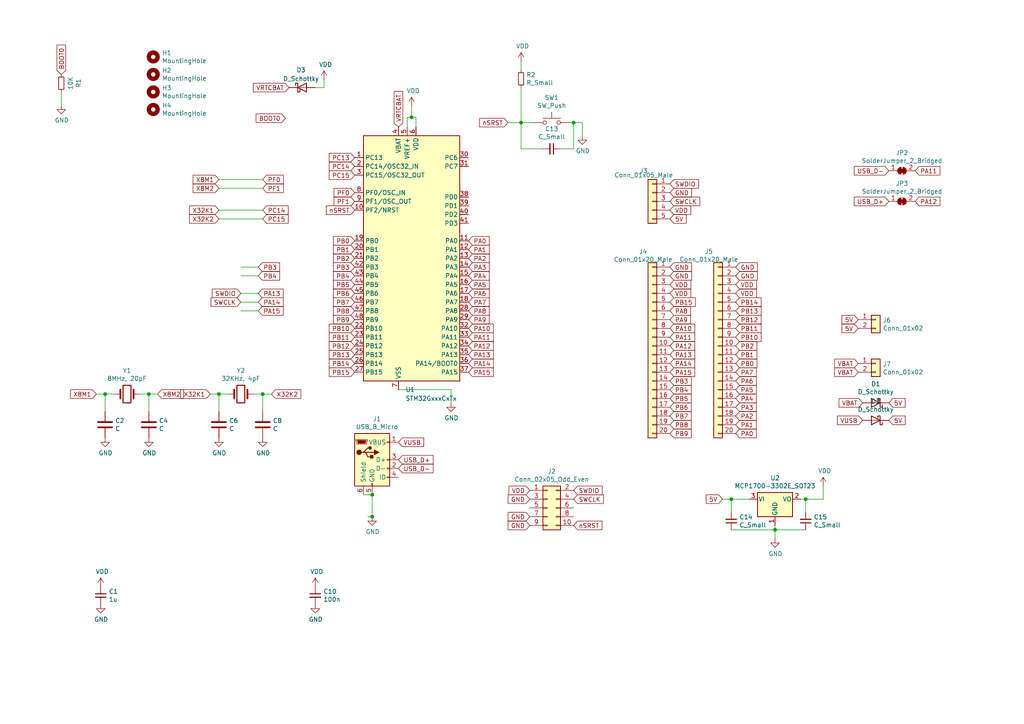
<source format=kicad_sch>
(kicad_sch (version 20230121) (generator eeschema)
  (paper "A4")
  (lib_symbols
    (symbol "AvS_MCU:STM32GxxxCxTx"
      (property "Reference" "U" (at -15.24 36.83 0))
      (property "Value" "STM32GxxxCxTx" (at 7.62 36.83 0))
      (symbol "STM32GxxxCxTx_1_1"
        (pin bidirectional line (at -17.78 29.21 0) (length 2.54) (name "PC13") (number "1"))
        (pin power_in line (at -17.78 13.97 0) (length 2.54) (name "PF2/NRST") (number "10"))
        (pin bidirectional line (at 15.24 5.08 180) (length 2.54) (name "PA0") (number "11"))
        (pin bidirectional line (at 15.24 2.54 180) (length 2.54) (name "PA1") (number "12"))
        (pin bidirectional line (at 15.24 0 180) (length 2.54) (name "PA2") (number "13"))
        (pin bidirectional line (at 15.24 -2.54 180) (length 2.54) (name "PA3") (number "14"))
        (pin bidirectional line (at 15.24 -5.08 180) (length 2.54) (name "PA4") (number "15"))
        (pin bidirectional line (at 15.24 -7.62 180) (length 2.54) (name "PA5") (number "16"))
        (pin bidirectional line (at 15.24 -10.16 180) (length 2.54) (name "PA6") (number "17"))
        (pin bidirectional line (at 15.24 -12.7 180) (length 2.54) (name "PA7") (number "18"))
        (pin bidirectional line (at -17.78 5.08 0) (length 2.54) (name "PB0") (number "19"))
        (pin bidirectional line (at -17.78 26.67 0) (length 2.54) (name "PC14/OSC32_IN") (number "2"))
        (pin bidirectional line (at -17.78 2.54 0) (length 2.54) (name "PB1") (number "20"))
        (pin bidirectional line (at -17.78 0 0) (length 2.54) (name "PB2") (number "21"))
        (pin bidirectional line (at -17.78 -20.32 0) (length 2.54) (name "PB10") (number "22"))
        (pin bidirectional line (at -17.78 -22.86 0) (length 2.54) (name "PB11") (number "23"))
        (pin bidirectional line (at -17.78 -25.4 0) (length 2.54) (name "PB12") (number "24"))
        (pin bidirectional line (at -17.78 -27.94 0) (length 2.54) (name "PB13") (number "25"))
        (pin bidirectional line (at -17.78 -30.48 0) (length 2.54) (name "PB14") (number "26"))
        (pin bidirectional line (at -17.78 -33.02 0) (length 2.54) (name "PB15") (number "27"))
        (pin bidirectional line (at 15.24 -15.24 180) (length 2.54) (name "PA8") (number "28"))
        (pin bidirectional line (at 15.24 -17.78 180) (length 2.54) (name "PA9") (number "29"))
        (pin bidirectional line (at -17.78 24.13 0) (length 2.54) (name "PC15/OSC32_OUT") (number "3"))
        (pin bidirectional line (at 15.24 29.21 180) (length 2.54) (name "PC6") (number "30"))
        (pin bidirectional line (at 15.24 26.67 180) (length 2.54) (name "PC7") (number "31"))
        (pin bidirectional line (at 15.24 -20.32 180) (length 2.54) (name "PA10") (number "32"))
        (pin bidirectional line (at 15.24 -22.86 180) (length 2.54) (name "PA11") (number "33"))
        (pin bidirectional line (at 15.24 -25.4 180) (length 2.54) (name "PA12") (number "34"))
        (pin bidirectional line (at 15.24 -27.94 180) (length 2.54) (name "PA13") (number "35"))
        (pin bidirectional line (at 15.24 -30.48 180) (length 2.54) (name "PA14/BOOT0") (number "36"))
        (pin bidirectional line (at 15.24 -33.02 180) (length 2.54) (name "PA15") (number "37"))
        (pin input line (at 15.24 17.78 180) (length 2.54) (name "PD0") (number "38"))
        (pin input line (at 15.24 15.24 180) (length 2.54) (name "PD1") (number "39"))
        (pin power_in line (at -5.08 38.1 270) (length 2.54) (name "VBAT") (number "4"))
        (pin input line (at 15.24 12.7 180) (length 2.54) (name "PD2") (number "40"))
        (pin input line (at 15.24 10.16 180) (length 2.54) (name "PD3") (number "41"))
        (pin bidirectional line (at -17.78 -2.54 0) (length 2.54) (name "PB3") (number "42"))
        (pin bidirectional line (at -17.78 -5.08 0) (length 2.54) (name "PB4") (number "43"))
        (pin bidirectional line (at -17.78 -7.62 0) (length 2.54) (name "PB5") (number "44"))
        (pin bidirectional line (at -17.78 -10.16 0) (length 2.54) (name "PB6") (number "45"))
        (pin bidirectional line (at -17.78 -12.7 0) (length 2.54) (name "PB7") (number "46"))
        (pin bidirectional line (at -17.78 -15.24 0) (length 2.54) (name "PB8") (number "47"))
        (pin bidirectional line (at -17.78 -17.78 0) (length 2.54) (name "PB9") (number "48"))
        (pin power_in line (at -2.54 38.1 270) (length 2.54) (name "VREF+") (number "5"))
        (pin power_in line (at 0 38.1 270) (length 2.54) (name "VDD") (number "6"))
        (pin power_in line (at -5.08 -38.1 90) (length 2.54) (name "VSS") (number "7"))
        (pin power_in line (at -17.78 19.05 0) (length 2.54) (name "PF0/OSC_IN") (number "8"))
        (pin power_in line (at -17.78 16.51 0) (length 2.54) (name "PF1/OSC_OUT") (number "9"))
      )
    )
    (symbol "Connector:USB_B_Micro" (pin_names (offset 1.016))
      (property "Reference" "J" (at -5.08 11.43 0))
      (property "Value" "USB_B_Micro" (at -5.08 8.89 0))
      (symbol "USB_B_Micro_1_1"
        (pin power_out line (at 7.62 5.08 180) (length 2.54) (name "VBUS") (number "1"))
        (pin bidirectional line (at 7.62 -2.54 180) (length 2.54) (name "D-") (number "2"))
        (pin bidirectional line (at 7.62 0 180) (length 2.54) (name "D+") (number "3"))
        (pin passive line (at 7.62 -5.08 180) (length 2.54) (name "ID") (number "4"))
        (pin power_out line (at 0 -10.16 90) (length 2.54) (name "GND") (number "5"))
        (pin passive line (at -2.54 -10.16 90) (length 2.54) (name "Shield") (number "6"))
      )
    )
    (symbol "Connector_Generic:Conn_01x02" (pin_names (offset 1.016) hide)
      (property "Reference" "J" (at 0 2.54 0))
      (property "Value" "Conn_01x02" (at 0 -5.08 0))
      (symbol "Conn_01x02_1_1"
        (pin passive line (at -5.08 0 0) (length 3.81) (name "Pin_1") (number "1"))
        (pin passive line (at -5.08 -2.54 0) (length 3.81) (name "Pin_2") (number "2"))
      )
    )
    (symbol "Connector_Generic:Conn_01x05" (pin_names (offset 1.016) hide)
      (property "Reference" "J" (at 0 7.62 0))
      (property "Value" "Conn_01x05" (at 0 -7.62 0))
      (symbol "Conn_01x05_1_1"
        (pin passive line (at -5.08 5.08 0) (length 3.81) (name "Pin_1") (number "1"))
        (pin passive line (at -5.08 2.54 0) (length 3.81) (name "Pin_2") (number "2"))
        (pin passive line (at -5.08 0 0) (length 3.81) (name "Pin_3") (number "3"))
        (pin passive line (at -5.08 -2.54 0) (length 3.81) (name "Pin_4") (number "4"))
        (pin passive line (at -5.08 -5.08 0) (length 3.81) (name "Pin_5") (number "5"))
      )
    )
    (symbol "Connector_Generic:Conn_01x20" (pin_names (offset 1.016) hide)
      (property "Reference" "J" (at 0 25.4 0))
      (property "Value" "Conn_01x20" (at 0 -27.94 0))
      (symbol "Conn_01x20_1_1"
        (pin passive line (at -5.08 22.86 0) (length 3.81) (name "Pin_1") (number "1"))
        (pin passive line (at -5.08 0 0) (length 3.81) (name "Pin_10") (number "10"))
        (pin passive line (at -5.08 -2.54 0) (length 3.81) (name "Pin_11") (number "11"))
        (pin passive line (at -5.08 -5.08 0) (length 3.81) (name "Pin_12") (number "12"))
        (pin passive line (at -5.08 -7.62 0) (length 3.81) (name "Pin_13") (number "13"))
        (pin passive line (at -5.08 -10.16 0) (length 3.81) (name "Pin_14") (number "14"))
        (pin passive line (at -5.08 -12.7 0) (length 3.81) (name "Pin_15") (number "15"))
        (pin passive line (at -5.08 -15.24 0) (length 3.81) (name "Pin_16") (number "16"))
        (pin passive line (at -5.08 -17.78 0) (length 3.81) (name "Pin_17") (number "17"))
        (pin passive line (at -5.08 -20.32 0) (length 3.81) (name "Pin_18") (number "18"))
        (pin passive line (at -5.08 -22.86 0) (length 3.81) (name "Pin_19") (number "19"))
        (pin passive line (at -5.08 20.32 0) (length 3.81) (name "Pin_2") (number "2"))
        (pin passive line (at -5.08 -25.4 0) (length 3.81) (name "Pin_20") (number "20"))
        (pin passive line (at -5.08 17.78 0) (length 3.81) (name "Pin_3") (number "3"))
        (pin passive line (at -5.08 15.24 0) (length 3.81) (name "Pin_4") (number "4"))
        (pin passive line (at -5.08 12.7 0) (length 3.81) (name "Pin_5") (number "5"))
        (pin passive line (at -5.08 10.16 0) (length 3.81) (name "Pin_6") (number "6"))
        (pin passive line (at -5.08 7.62 0) (length 3.81) (name "Pin_7") (number "7"))
        (pin passive line (at -5.08 5.08 0) (length 3.81) (name "Pin_8") (number "8"))
        (pin passive line (at -5.08 2.54 0) (length 3.81) (name "Pin_9") (number "9"))
      )
    )
    (symbol "Connector_Generic:Conn_02x05_Odd_Even" (pin_names (offset 1.016) hide)
      (property "Reference" "J" (at 1.27 7.62 0))
      (property "Value" "Conn_02x05_Odd_Even" (at 1.27 -7.62 0))
      (symbol "Conn_02x05_Odd_Even_1_1"
        (pin passive line (at -5.08 5.08 0) (length 3.81) (name "Pin_1") (number "1"))
        (pin passive line (at 7.62 -5.08 180) (length 3.81) (name "Pin_10") (number "10"))
        (pin passive line (at 7.62 5.08 180) (length 3.81) (name "Pin_2") (number "2"))
        (pin passive line (at -5.08 2.54 0) (length 3.81) (name "Pin_3") (number "3"))
        (pin passive line (at 7.62 2.54 180) (length 3.81) (name "Pin_4") (number "4"))
        (pin passive line (at -5.08 0 0) (length 3.81) (name "Pin_5") (number "5"))
        (pin passive line (at 7.62 0 180) (length 3.81) (name "Pin_6") (number "6"))
        (pin passive line (at -5.08 -2.54 0) (length 3.81) (name "Pin_7") (number "7"))
        (pin passive line (at 7.62 -2.54 180) (length 3.81) (name "Pin_8") (number "8"))
        (pin passive line (at -5.08 -5.08 0) (length 3.81) (name "Pin_9") (number "9"))
      )
    )
    (symbol "Device:C" (pin_numbers hide) (pin_names (offset 0.254))
      (property "Reference" "C" (at 0.635 2.54 0))
      (property "Value" "C" (at 0.635 -2.54 0))
      (symbol "C_1_1"
        (pin passive line (at 0 3.81 270) (length 2.794) (name "~") (number "1"))
        (pin passive line (at 0 -3.81 90) (length 2.794) (name "~") (number "2"))
      )
    )
    (symbol "Device:C_Small" (pin_numbers hide) (pin_names (offset 0.254) hide)
      (property "Reference" "C" (at 0.254 1.778 0))
      (property "Value" "C_Small" (at 0.254 -2.032 0))
      (symbol "C_Small_1_1"
        (pin passive line (at 0 2.54 270) (length 2.032) (name "~") (number "1"))
        (pin passive line (at 0 -2.54 90) (length 2.032) (name "~") (number "2"))
      )
    )
    (symbol "Device:Crystal" (pin_numbers hide) (pin_names (offset 1.016) hide)
      (property "Reference" "Y" (at 0 3.81 0))
      (property "Value" "Crystal" (at 0 -3.81 0))
      (symbol "Crystal_1_1"
        (pin passive line (at -3.81 0 0) (length 1.27) (name "1") (number "1"))
        (pin passive line (at 3.81 0 180) (length 1.27) (name "2") (number "2"))
      )
    )
    (symbol "Device:D_Schottky" (pin_numbers hide) (pin_names (offset 1.016) hide)
      (property "Reference" "D" (at 0 2.54 0))
      (property "Value" "D_Schottky" (at 0 -2.54 0))
      (symbol "D_Schottky_1_1"
        (pin passive line (at -3.81 0 0) (length 2.54) (name "K") (number "1"))
        (pin passive line (at 3.81 0 180) (length 2.54) (name "A") (number "2"))
      )
    )
    (symbol "Device:R_Small" (pin_numbers hide) (pin_names (offset 0.254) hide)
      (property "Reference" "R" (at 0.762 0.508 0))
      (property "Value" "R_Small" (at 0.762 -1.016 0))
      (symbol "R_Small_1_1"
        (pin passive line (at 0 2.54 270) (length 0.762) (name "~") (number "1"))
        (pin passive line (at 0 -2.54 90) (length 0.762) (name "~") (number "2"))
      )
    )
    (symbol "Jumper:SolderJumper_2_Bridged" (pin_names (offset 0) hide)
      (property "Reference" "JP" (at 0 2.032 0))
      (property "Value" "SolderJumper_2_Bridged" (at 0 -2.54 0))
      (symbol "SolderJumper_2_Bridged_1_1"
        (pin passive line (at -3.81 0 0) (length 2.54) (name "A") (number "1"))
        (pin passive line (at 3.81 0 180) (length 2.54) (name "B") (number "2"))
      )
    )
    (symbol "Mechanical:MountingHole" (pin_names (offset 1.016))
      (property "Reference" "H" (at 0 5.08 0))
      (property "Value" "MountingHole" (at 0 3.175 0))
    )
    (symbol "Regulator_Linear:MCP1700x-330xxTT" (pin_names (offset 0.254))
      (property "Reference" "U" (at -3.81 3.175 0))
      (property "Value" "MCP1700x-330xxTT" (at 0 3.175 0))
      (symbol "MCP1700x-330xxTT_1_1"
        (pin power_in line (at 0 -7.62 90) (length 2.54) (name "GND") (number "1"))
        (pin power_out line (at 7.62 0 180) (length 2.54) (name "VO") (number "2"))
        (pin power_in line (at -7.62 0 0) (length 2.54) (name "VI") (number "3"))
      )
    )
    (symbol "Switch:SW_Push" (pin_numbers hide) (pin_names (offset 1.016) hide)
      (property "Reference" "SW" (at 1.27 2.54 0))
      (property "Value" "SW_Push" (at 0 -1.524 0))
      (symbol "SW_Push_0_1"
        (pin passive line (at -5.08 0 0) (length 2.54) (name "1") (number "1"))
        (pin passive line (at 5.08 0 180) (length 2.54) (name "2") (number "2"))
      )
    )
    (symbol "power:GND" (power) (pin_names (offset 0))
      (property "Value" "GND" (at 0 -3.81 0))
      (symbol "GND_1_1"
        (pin power_in line (at 0 0 270) (length 0) hide (name "GND") (number "1"))
      )
    )
    (symbol "power:VDD" (power) (pin_names (offset 0))
      (property "Value" "VDD" (at 0 3.81 0))
      (symbol "VDD_1_1"
        (pin power_in line (at 0 0 90) (length 0) hide (name "VDD") (number "1"))
      )
    )
  )
  (junction (at 151.13 35.56))
  (junction (at 30.48 114.3))
  (junction (at 119.38 34.036))
  (junction (at 43.18 114.3))
  (junction (at 233.68 144.78))
  (junction (at 107.95 149.86))
  (junction (at 224.79 153.67))
  (junction (at 76.2 114.3))
  (junction (at 107.95 143.51))
  (junction (at 63.5 114.3))
  (junction (at 212.09 144.78))
  (junction (at 166.37 35.56))
  (wire (pts (xy 76.2 60.96) (xy 63.5 60.96)))
  (wire (pts (xy 151.13 35.56) (xy 154.94 35.56)))
  (wire (pts (xy 43.18 119.38) (xy 43.18 114.3)))
  (wire (pts (xy 76.2 52.07) (xy 63.5 52.07)))
  (wire (pts (xy 118.11 36.83) (xy 118.11 34.036)))
  (wire (pts (xy 120.65 34.036) (xy 120.65 36.83)))
  (wire (pts (xy 130.81 113.03) (xy 130.81 116.84)))
  (wire (pts (xy 151.13 25.4) (xy 151.13 35.56)))
  (wire (pts (xy 74.93 77.47) (xy 69.85 77.47)))
  (wire (pts (xy 166.37 35.56) (xy 165.1 35.56)))
  (wire (pts (xy 157.48 43.18) (xy 151.13 43.18)))
  (wire (pts (xy 151.13 43.18) (xy 151.13 35.56)))
  (wire (pts (xy 93.98 25.4) (xy 93.98 23.114)))
  (wire (pts (xy 63.5 54.61) (xy 76.2 54.61)))
  (wire (pts (xy 238.76 144.78) (xy 238.76 140.97)))
  (wire (pts (xy 168.91 35.56) (xy 166.37 35.56)))
  (wire (pts (xy 118.11 34.036) (xy 119.38 34.036)))
  (wire (pts (xy 74.93 87.63) (xy 69.85 87.63)))
  (wire (pts (xy 74.93 90.17) (xy 69.85 90.17)))
  (wire (pts (xy 224.79 152.4) (xy 224.79 153.67)))
  (wire (pts (xy 60.96 114.3) (xy 63.5 114.3)))
  (wire (pts (xy 17.78 30.48) (xy 17.78 26.67)))
  (wire (pts (xy 63.5 119.38) (xy 63.5 114.3)))
  (wire (pts (xy 74.93 80.01) (xy 69.85 80.01)))
  (wire (pts (xy 119.38 34.036) (xy 120.65 34.036)))
  (wire (pts (xy 209.55 144.78) (xy 212.09 144.78)))
  (wire (pts (xy 147.32 35.56) (xy 151.13 35.56)))
  (wire (pts (xy 73.66 114.3) (xy 76.2 114.3)))
  (wire (pts (xy 91.44 25.4) (xy 93.98 25.4)))
  (wire (pts (xy 107.95 149.86) (xy 106.68 149.86)))
  (wire (pts (xy 217.17 144.78) (xy 212.09 144.78)))
  (wire (pts (xy 224.79 153.67) (xy 233.68 153.67)))
  (wire (pts (xy 162.56 43.18) (xy 166.37 43.18)))
  (wire (pts (xy 166.37 43.18) (xy 166.37 35.56)))
  (wire (pts (xy 43.18 114.3) (xy 45.72 114.3)))
  (wire (pts (xy 76.2 119.38) (xy 76.2 114.3)))
  (wire (pts (xy 119.38 34.036) (xy 119.38 30.734)))
  (wire (pts (xy 232.41 144.78) (xy 233.68 144.78)))
  (wire (pts (xy 63.5 63.5) (xy 76.2 63.5)))
  (wire (pts (xy 30.48 114.3) (xy 27.94 114.3)))
  (wire (pts (xy 168.91 39.37) (xy 168.91 35.56)))
  (wire (pts (xy 212.09 153.67) (xy 224.79 153.67)))
  (wire (pts (xy 233.68 148.59) (xy 233.68 144.78)))
  (wire (pts (xy 76.2 114.3) (xy 78.74 114.3)))
  (wire (pts (xy 107.95 143.51) (xy 105.41 143.51)))
  (wire (pts (xy 74.93 85.09) (xy 69.85 85.09)))
  (wire (pts (xy 40.64 114.3) (xy 43.18 114.3)))
  (wire (pts (xy 224.79 153.67) (xy 224.79 156.21)))
  (wire (pts (xy 233.68 144.78) (xy 238.76 144.78)))
  (wire (pts (xy 30.48 119.38) (xy 30.48 114.3)))
  (wire (pts (xy 33.02 114.3) (xy 30.48 114.3)))
  (wire (pts (xy 212.09 148.59) (xy 212.09 144.78)))
  (wire (pts (xy 63.5 114.3) (xy 66.04 114.3)))
  (wire (pts (xy 151.13 17.78) (xy 151.13 20.32)))
  (wire (pts (xy 107.95 143.51) (xy 107.95 149.86)))
  (wire (pts (xy 115.57 113.03) (xy 130.81 113.03)))
  (global_label "nSRST" (shape input) (at 147.32 35.56 180) (property "Intersheetrefs" "${INTERSHEET_REFS}" (effects hide)) (property "Intersheet-verwijzingen" "${INTERSHEET_REFS}" (effects hide)))
  (global_label "PA11" (shape input) (at 135.89 97.79 0) (property "Intersheetrefs" "${INTERSHEET_REFS}" (effects hide)) (property "Intersheet-verwijzingen" "${INTERSHEET_REFS}" (effects hide)))
  (global_label "PF0" (shape input) (at 76.2 52.07 0) (property "Intersheetrefs" "${INTERSHEET_REFS}" (effects hide)) (property "Intersheet-verwijzingen" "${INTERSHEET_REFS}" (effects hide)))
  (global_label "PB5" (shape input) (at 102.87 82.55 180) (property "Intersheetrefs" "${INTERSHEET_REFS}" (effects hide)) (property "Intersheet-verwijzingen" "${INTERSHEET_REFS}" (effects hide)))
  (global_label "PB15" (shape input) (at 194.31 87.63 0) (property "Intersheetrefs" "${INTERSHEET_REFS}" (effects hide)) (property "Intersheet-verwijzingen" "${INTERSHEET_REFS}" (effects hide)))
  (global_label "PA13" (shape input) (at 135.89 102.87 0) (property "Intersheetrefs" "${INTERSHEET_REFS}" (effects hide)) (property "Intersheet-verwijzingen" "${INTERSHEET_REFS}" (effects hide)))
  (global_label "PA14" (shape input) (at 135.89 105.41 0) (property "Intersheetrefs" "${INTERSHEET_REFS}" (effects hide)) (property "Intersheet-verwijzingen" "${INTERSHEET_REFS}" (effects hide)))
  (global_label "X32K1" (shape input) (at 60.96 114.3 180) (property "Intersheetrefs" "${INTERSHEET_REFS}" (effects hide)) (property "Intersheet-verwijzingen" "${INTERSHEET_REFS}" (effects hide)))
  (global_label "PB9" (shape input) (at 194.31 125.73 0) (property "Intersheetrefs" "${INTERSHEET_REFS}" (effects hide)) (property "Intersheet-verwijzingen" "${INTERSHEET_REFS}" (effects hide)))
  (global_label "USB_D+" (shape input) (at 257.81 58.42 180) (property "Intersheetrefs" "${INTERSHEET_REFS}" (effects hide)) (property "Intersheet-verwijzingen" "${INTERSHEET_REFS}" (effects hide)))
  (global_label "PA7" (shape input) (at 135.89 87.63 0) (property "Intersheetrefs" "${INTERSHEET_REFS}" (effects hide)) (property "Intersheet-verwijzingen" "${INTERSHEET_REFS}" (effects hide)))
  (global_label "X8M2" (shape input) (at 63.5 54.61 180) (property "Intersheetrefs" "${INTERSHEET_REFS}" (effects hide)) (property "Intersheet-verwijzingen" "${INTERSHEET_REFS}" (effects hide)))
  (global_label "VDD" (shape input) (at 194.31 60.96 0) (property "Intersheetrefs" "${INTERSHEET_REFS}" (effects hide)) (property "Intersheet-verwijzingen" "${INTERSHEET_REFS}" (effects hide)))
  (global_label "PA6" (shape input) (at 135.89 85.09 0) (property "Intersheetrefs" "${INTERSHEET_REFS}" (effects hide)) (property "Intersheet-verwijzingen" "${INTERSHEET_REFS}" (effects hide)))
  (global_label "SWDIO" (shape input) (at 166.37 142.24 0) (property "Intersheetrefs" "${INTERSHEET_REFS}" (effects hide)) (property "Intersheet-verwijzingen" "${INTERSHEET_REFS}" (effects hide)))
  (global_label "GND" (shape input) (at 194.31 77.47 0) (property "Intersheetrefs" "${INTERSHEET_REFS}" (effects hide)) (property "Intersheet-verwijzingen" "${INTERSHEET_REFS}" (effects hide)))
  (global_label "PA2" (shape input) (at 213.36 120.65 0) (property "Intersheetrefs" "${INTERSHEET_REFS}" (effects hide)) (property "Intersheet-verwijzingen" "${INTERSHEET_REFS}" (effects hide)))
  (global_label "PB3" (shape input) (at 102.87 77.47 180) (property "Intersheetrefs" "${INTERSHEET_REFS}" (effects hide)) (property "Intersheet-verwijzingen" "${INTERSHEET_REFS}" (effects hide)))
  (global_label "5V" (shape input) (at 209.55 144.78 180) (property "Intersheetrefs" "${INTERSHEET_REFS}" (effects hide)) (property "Intersheet-verwijzingen" "${INTERSHEET_REFS}" (effects hide)))
  (global_label "GND" (shape input) (at 153.67 152.4 180) (property "Intersheetrefs" "${INTERSHEET_REFS}" (effects hide)) (property "Intersheet-verwijzingen" "${INTERSHEET_REFS}" (effects hide)))
  (global_label "X32K1" (shape input) (at 63.5 60.96 180) (property "Intersheetrefs" "${INTERSHEET_REFS}" (effects hide)) (property "Intersheet-verwijzingen" "${INTERSHEET_REFS}" (effects hide)))
  (global_label "nSRST" (shape input) (at 166.37 152.4 0) (property "Intersheetrefs" "${INTERSHEET_REFS}" (effects hide)) (property "Intersheet-verwijzingen" "${INTERSHEET_REFS}" (effects hide)))
  (global_label "GND" (shape input) (at 194.31 80.01 0) (property "Intersheetrefs" "${INTERSHEET_REFS}" (effects hide)) (property "Intersheet-verwijzingen" "${INTERSHEET_REFS}" (effects hide)))
  (global_label "PA13" (shape input) (at 74.93 85.09 0) (property "Intersheetrefs" "${INTERSHEET_REFS}" (effects hide)) (property "Intersheet-verwijzingen" "${INTERSHEET_REFS}" (effects hide)))
  (global_label "PA9" (shape input) (at 194.31 92.71 0) (property "Intersheetrefs" "${INTERSHEET_REFS}" (effects hide)) (property "Intersheet-verwijzingen" "${INTERSHEET_REFS}" (effects hide)))
  (global_label "PA10" (shape input) (at 194.31 95.25 0) (property "Intersheetrefs" "${INTERSHEET_REFS}" (effects hide)) (property "Intersheet-verwijzingen" "${INTERSHEET_REFS}" (effects hide)))
  (global_label "5V" (shape input) (at 257.81 121.92 0) (property "Intersheetrefs" "${INTERSHEET_REFS}" (effects hide)) (property "Intersheet-verwijzingen" "${INTERSHEET_REFS}" (effects hide)))
  (global_label "USB_D+" (shape input) (at 115.57 133.35 0) (property "Intersheetrefs" "${INTERSHEET_REFS}" (effects hide)) (property "Intersheet-verwijzingen" "${INTERSHEET_REFS}" (effects hide)))
  (global_label "SWCLK" (shape input) (at 194.31 58.42 0) (property "Intersheetrefs" "${INTERSHEET_REFS}" (effects hide)) (property "Intersheet-verwijzingen" "${INTERSHEET_REFS}" (effects hide)))
  (global_label "PA7" (shape input) (at 213.36 107.95 0) (property "Intersheetrefs" "${INTERSHEET_REFS}" (effects hide)) (property "Intersheet-verwijzingen" "${INTERSHEET_REFS}" (effects hide)))
  (global_label "SWCLK" (shape input) (at 69.85 87.63 180) (property "Intersheetrefs" "${INTERSHEET_REFS}" (effects hide)) (property "Intersheet-verwijzingen" "${INTERSHEET_REFS}" (effects hide)))
  (global_label "5V" (shape input) (at 248.92 92.71 180) (property "Intersheetrefs" "${INTERSHEET_REFS}" (effects hide)) (property "Intersheet-verwijzingen" "${INTERSHEET_REFS}" (effects hide)))
  (global_label "PB15" (shape input) (at 102.87 107.95 180) (property "Intersheetrefs" "${INTERSHEET_REFS}" (effects hide)) (property "Intersheet-verwijzingen" "${INTERSHEET_REFS}" (effects hide)))
  (global_label "PA15" (shape input) (at 135.89 107.95 0) (property "Intersheetrefs" "${INTERSHEET_REFS}" (effects hide)) (property "Intersheet-verwijzingen" "${INTERSHEET_REFS}" (effects hide)))
  (global_label "X8M2" (shape input) (at 45.72 114.3 0) (property "Intersheetrefs" "${INTERSHEET_REFS}" (effects hide)) (property "Intersheet-verwijzingen" "${INTERSHEET_REFS}" (effects hide)))
  (global_label "PA11" (shape input) (at 194.31 97.79 0) (property "Intersheetrefs" "${INTERSHEET_REFS}" (effects hide)) (property "Intersheet-verwijzingen" "${INTERSHEET_REFS}" (effects hide)))
  (global_label "PB7" (shape input) (at 102.87 87.63 180) (property "Intersheetrefs" "${INTERSHEET_REFS}" (effects hide)) (property "Intersheet-verwijzingen" "${INTERSHEET_REFS}" (effects hide)))
  (global_label "PB10" (shape input) (at 102.87 95.25 180) (property "Intersheetrefs" "${INTERSHEET_REFS}" (effects hide)) (property "Intersheet-verwijzingen" "${INTERSHEET_REFS}" (effects hide)))
  (global_label "X32K2" (shape input) (at 78.74 114.3 0) (property "Intersheetrefs" "${INTERSHEET_REFS}" (effects hide)) (property "Intersheet-verwijzingen" "${INTERSHEET_REFS}" (effects hide)))
  (global_label "PC15" (shape input) (at 76.2 63.5 0) (property "Intersheetrefs" "${INTERSHEET_REFS}" (effects hide)) (property "Intersheet-verwijzingen" "${INTERSHEET_REFS}" (effects hide)))
  (global_label "PA3" (shape input) (at 135.89 77.47 0) (property "Intersheetrefs" "${INTERSHEET_REFS}" (effects hide)) (property "Intersheet-verwijzingen" "${INTERSHEET_REFS}" (effects hide)))
  (global_label "X32K2" (shape input) (at 63.5 63.5 180) (property "Intersheetrefs" "${INTERSHEET_REFS}" (effects hide)) (property "Intersheet-verwijzingen" "${INTERSHEET_REFS}" (effects hide)))
  (global_label "PA1" (shape input) (at 135.89 72.39 0) (property "Intersheetrefs" "${INTERSHEET_REFS}" (effects hide)) (property "Intersheet-verwijzingen" "${INTERSHEET_REFS}" (effects hide)))
  (global_label "PA5" (shape input) (at 213.36 113.03 0) (property "Intersheetrefs" "${INTERSHEET_REFS}" (effects hide)) (property "Intersheet-verwijzingen" "${INTERSHEET_REFS}" (effects hide)))
  (global_label "PC14" (shape input) (at 76.2 60.96 0) (property "Intersheetrefs" "${INTERSHEET_REFS}" (effects hide)) (property "Intersheet-verwijzingen" "${INTERSHEET_REFS}" (effects hide)))
  (global_label "GND" (shape input) (at 153.67 149.86 180) (property "Intersheetrefs" "${INTERSHEET_REFS}" (effects hide)) (property "Intersheet-verwijzingen" "${INTERSHEET_REFS}" (effects hide)))
  (global_label "VUSB" (shape input) (at 115.57 128.27 0) (property "Intersheetrefs" "${INTERSHEET_REFS}" (effects hide)) (property "Intersheet-verwijzingen" "${INTERSHEET_REFS}" (effects hide)))
  (global_label "BOOT0" (shape input) (at 17.78 21.59 90) (property "Intersheetrefs" "${INTERSHEET_REFS}" (effects hide)) (property "Intersheet-verwijzingen" "${INTERSHEET_REFS}" (effects hide)))
  (global_label "PB4" (shape input) (at 194.31 113.03 0) (property "Intersheetrefs" "${INTERSHEET_REFS}" (effects hide)) (property "Intersheet-verwijzingen" "${INTERSHEET_REFS}" (effects hide)))
  (global_label "VBAT" (shape input) (at 248.92 105.41 180) (property "Intersheetrefs" "${INTERSHEET_REFS}" (effects hide)) (property "Intersheet-verwijzingen" "${INTERSHEET_REFS}" (effects hide)))
  (global_label "PB5" (shape input) (at 194.31 115.57 0) (property "Intersheetrefs" "${INTERSHEET_REFS}" (effects hide)) (property "Intersheet-verwijzingen" "${INTERSHEET_REFS}" (effects hide)))
  (global_label "PB12" (shape input) (at 102.87 100.33 180) (property "Intersheetrefs" "${INTERSHEET_REFS}" (effects hide)) (property "Intersheet-verwijzingen" "${INTERSHEET_REFS}" (effects hide)))
  (global_label "PB11" (shape input) (at 102.87 97.79 180) (property "Intersheetrefs" "${INTERSHEET_REFS}" (effects hide)) (property "Intersheet-verwijzingen" "${INTERSHEET_REFS}" (effects hide)))
  (global_label "PA15" (shape input) (at 194.31 107.95 0) (property "Intersheetrefs" "${INTERSHEET_REFS}" (effects hide)) (property "Intersheet-verwijzingen" "${INTERSHEET_REFS}" (effects hide)))
  (global_label "PB13" (shape input) (at 213.36 90.17 0) (property "Intersheetrefs" "${INTERSHEET_REFS}" (effects hide)) (property "Intersheet-verwijzingen" "${INTERSHEET_REFS}" (effects hide)))
  (global_label "PB6" (shape input) (at 194.31 118.11 0) (property "Intersheetrefs" "${INTERSHEET_REFS}" (effects hide)) (property "Intersheet-verwijzingen" "${INTERSHEET_REFS}" (effects hide)))
  (global_label "VDD" (shape input) (at 213.36 85.09 0) (property "Intersheetrefs" "${INTERSHEET_REFS}" (effects hide)) (property "Intersheet-verwijzingen" "${INTERSHEET_REFS}" (effects hide)))
  (global_label "PA4" (shape input) (at 213.36 115.57 0) (property "Intersheetrefs" "${INTERSHEET_REFS}" (effects hide)) (property "Intersheet-verwijzingen" "${INTERSHEET_REFS}" (effects hide)))
  (global_label "PB2" (shape input) (at 213.36 100.33 0) (property "Intersheetrefs" "${INTERSHEET_REFS}" (effects hide)) (property "Intersheet-verwijzingen" "${INTERSHEET_REFS}" (effects hide)))
  (global_label "PB14" (shape input) (at 213.36 87.63 0) (property "Intersheetrefs" "${INTERSHEET_REFS}" (effects hide)) (property "Intersheet-verwijzingen" "${INTERSHEET_REFS}" (effects hide)))
  (global_label "PA8" (shape input) (at 135.89 90.17 0) (property "Intersheetrefs" "${INTERSHEET_REFS}" (effects hide)) (property "Intersheet-verwijzingen" "${INTERSHEET_REFS}" (effects hide)))
  (global_label "VUSB" (shape input) (at 250.19 121.92 180) (property "Intersheetrefs" "${INTERSHEET_REFS}" (effects hide)) (property "Intersheet-verwijzingen" "${INTERSHEET_REFS}" (effects hide)))
  (global_label "PB7" (shape input) (at 194.31 120.65 0) (property "Intersheetrefs" "${INTERSHEET_REFS}" (effects hide)) (property "Intersheet-verwijzingen" "${INTERSHEET_REFS}" (effects hide)))
  (global_label "GND" (shape input) (at 213.36 80.01 0) (property "Intersheetrefs" "${INTERSHEET_REFS}" (effects hide)) (property "Intersheet-verwijzingen" "${INTERSHEET_REFS}" (effects hide)))
  (global_label "PB13" (shape input) (at 102.87 102.87 180) (property "Intersheetrefs" "${INTERSHEET_REFS}" (effects hide)) (property "Intersheet-verwijzingen" "${INTERSHEET_REFS}" (effects hide)))
  (global_label "BOOT0" (shape input) (at 82.804 34.29 180) (property "Intersheetrefs" "${INTERSHEET_REFS}" (effects hide)) (property "Intersheet-verwijzingen" "${INTERSHEET_REFS}" (effects hide)))
  (global_label "PB8" (shape input) (at 102.87 90.17 180) (property "Intersheetrefs" "${INTERSHEET_REFS}" (effects hide)) (property "Intersheet-verwijzingen" "${INTERSHEET_REFS}" (effects hide)))
  (global_label "GND" (shape input) (at 194.31 55.88 0) (property "Intersheetrefs" "${INTERSHEET_REFS}" (effects hide)) (property "Intersheet-verwijzingen" "${INTERSHEET_REFS}" (effects hide)))
  (global_label "PB1" (shape input) (at 102.87 72.39 180) (property "Intersheetrefs" "${INTERSHEET_REFS}" (effects hide)) (property "Intersheet-verwijzingen" "${INTERSHEET_REFS}" (effects hide)))
  (global_label "PB0" (shape input) (at 213.36 105.41 0) (property "Intersheetrefs" "${INTERSHEET_REFS}" (effects hide)) (property "Intersheet-verwijzingen" "${INTERSHEET_REFS}" (effects hide)))
  (global_label "PB10" (shape input) (at 213.36 97.79 0) (property "Intersheetrefs" "${INTERSHEET_REFS}" (effects hide)) (property "Intersheet-verwijzingen" "${INTERSHEET_REFS}" (effects hide)))
  (global_label "PA12" (shape input) (at 194.31 100.33 0) (property "Intersheetrefs" "${INTERSHEET_REFS}" (effects hide)) (property "Intersheet-verwijzingen" "${INTERSHEET_REFS}" (effects hide)))
  (global_label "PF1" (shape input) (at 76.2 54.61 0) (property "Intersheetrefs" "${INTERSHEET_REFS}" (effects hide)) (property "Intersheet-verwijzingen" "${INTERSHEET_REFS}" (effects hide)))
  (global_label "PB14" (shape input) (at 102.87 105.41 180) (property "Intersheetrefs" "${INTERSHEET_REFS}" (effects hide)) (property "Intersheet-verwijzingen" "${INTERSHEET_REFS}" (effects hide)))
  (global_label "PA0" (shape input) (at 135.89 69.85 0) (property "Intersheetrefs" "${INTERSHEET_REFS}" (effects hide)) (property "Intersheet-verwijzingen" "${INTERSHEET_REFS}" (effects hide)))
  (global_label "VDD" (shape input) (at 194.31 82.55 0) (property "Intersheetrefs" "${INTERSHEET_REFS}" (effects hide)) (property "Intersheet-verwijzingen" "${INTERSHEET_REFS}" (effects hide)))
  (global_label "PA0" (shape input) (at 213.36 125.73 0) (property "Intersheetrefs" "${INTERSHEET_REFS}" (effects hide)) (property "Intersheet-verwijzingen" "${INTERSHEET_REFS}" (effects hide)))
  (global_label "PA10" (shape input) (at 135.89 95.25 0) (property "Intersheetrefs" "${INTERSHEET_REFS}" (effects hide)) (property "Intersheet-verwijzingen" "${INTERSHEET_REFS}" (effects hide)))
  (global_label "USB_D-" (shape input) (at 257.81 49.53 180) (property "Intersheetrefs" "${INTERSHEET_REFS}" (effects hide)) (property "Intersheet-verwijzingen" "${INTERSHEET_REFS}" (effects hide)))
  (global_label "PA14" (shape input) (at 194.31 105.41 0) (property "Intersheetrefs" "${INTERSHEET_REFS}" (effects hide)) (property "Intersheet-verwijzingen" "${INTERSHEET_REFS}" (effects hide)))
  (global_label "VBAT" (shape input) (at 250.19 116.84 180) (property "Intersheetrefs" "${INTERSHEET_REFS}" (effects hide)) (property "Intersheet-verwijzingen" "${INTERSHEET_REFS}" (effects hide)))
  (global_label "nSRST" (shape input) (at 102.87 60.96 180) (property "Intersheetrefs" "${INTERSHEET_REFS}" (effects hide)) (property "Intersheet-verwijzingen" "${INTERSHEET_REFS}" (effects hide)))
  (global_label "SWCLK" (shape input) (at 166.37 144.78 0) (property "Intersheetrefs" "${INTERSHEET_REFS}" (effects hide)) (property "Intersheet-verwijzingen" "${INTERSHEET_REFS}" (effects hide)))
  (global_label "PC14" (shape input) (at 102.87 48.26 180) (property "Intersheetrefs" "${INTERSHEET_REFS}" (effects hide)) (property "Intersheet-verwijzingen" "${INTERSHEET_REFS}" (effects hide)))
  (global_label "PB1" (shape input) (at 213.36 102.87 0) (property "Intersheetrefs" "${INTERSHEET_REFS}" (effects hide)) (property "Intersheet-verwijzingen" "${INTERSHEET_REFS}" (effects hide)))
  (global_label "PB4" (shape input) (at 74.93 80.01 0) (property "Intersheetrefs" "${INTERSHEET_REFS}" (effects hide)) (property "Intersheet-verwijzingen" "${INTERSHEET_REFS}" (effects hide)))
  (global_label "PA9" (shape input) (at 135.89 92.71 0) (property "Intersheetrefs" "${INTERSHEET_REFS}" (effects hide)) (property "Intersheet-verwijzingen" "${INTERSHEET_REFS}" (effects hide)))
  (global_label "PA12" (shape input) (at 135.89 100.33 0) (property "Intersheetrefs" "${INTERSHEET_REFS}" (effects hide)) (property "Intersheet-verwijzingen" "${INTERSHEET_REFS}" (effects hide)))
  (global_label "PB6" (shape input) (at 102.87 85.09 180) (property "Intersheetrefs" "${INTERSHEET_REFS}" (effects hide)) (property "Intersheet-verwijzingen" "${INTERSHEET_REFS}" (effects hide)))
  (global_label "PA5" (shape input) (at 135.89 82.55 0) (property "Intersheetrefs" "${INTERSHEET_REFS}" (effects hide)) (property "Intersheet-verwijzingen" "${INTERSHEET_REFS}" (effects hide)))
  (global_label "VRTCBAT" (shape input) (at 115.57 36.83 90) (property "Intersheetrefs" "${INTERSHEET_REFS}" (effects hide)) (property "Intersheet-verwijzingen" "${INTERSHEET_REFS}" (effects hide)))
  (global_label "PA12" (shape input) (at 265.43 58.42 0) (property "Intersheetrefs" "${INTERSHEET_REFS}" (effects hide)) (property "Intersheet-verwijzingen" "${INTERSHEET_REFS}" (effects hide)))
  (global_label "VRTCBAT" (shape input) (at 83.82 25.4 180) (property "Intersheetrefs" "${INTERSHEET_REFS}" (effects hide)) (property "Intersheet-verwijzingen" "${INTERSHEET_REFS}" (effects hide)))
  (global_label "PB8" (shape input) (at 194.31 123.19 0) (property "Intersheetrefs" "${INTERSHEET_REFS}" (effects hide)) (property "Intersheet-verwijzingen" "${INTERSHEET_REFS}" (effects hide)))
  (global_label "PB9" (shape input) (at 102.87 92.71 180) (property "Intersheetrefs" "${INTERSHEET_REFS}" (effects hide)) (property "Intersheet-verwijzingen" "${INTERSHEET_REFS}" (effects hide)))
  (global_label "PA15" (shape input) (at 74.93 90.17 0) (property "Intersheetrefs" "${INTERSHEET_REFS}" (effects hide)) (property "Intersheet-verwijzingen" "${INTERSHEET_REFS}" (effects hide)))
  (global_label "5V" (shape input) (at 194.31 63.5 0) (property "Intersheetrefs" "${INTERSHEET_REFS}" (effects hide)) (property "Intersheet-verwijzingen" "${INTERSHEET_REFS}" (effects hide)))
  (global_label "PA6" (shape input) (at 213.36 110.49 0) (property "Intersheetrefs" "${INTERSHEET_REFS}" (effects hide)) (property "Intersheet-verwijzingen" "${INTERSHEET_REFS}" (effects hide)))
  (global_label "USB_D-" (shape input) (at 115.57 135.89 0) (property "Intersheetrefs" "${INTERSHEET_REFS}" (effects hide)) (property "Intersheet-verwijzingen" "${INTERSHEET_REFS}" (effects hide)))
  (global_label "PA8" (shape input) (at 194.31 90.17 0) (property "Intersheetrefs" "${INTERSHEET_REFS}" (effects hide)) (property "Intersheet-verwijzingen" "${INTERSHEET_REFS}" (effects hide)))
  (global_label "PB12" (shape input) (at 213.36 92.71 0) (property "Intersheetrefs" "${INTERSHEET_REFS}" (effects hide)) (property "Intersheet-verwijzingen" "${INTERSHEET_REFS}" (effects hide)))
  (global_label "PF1" (shape input) (at 102.87 58.42 180) (property "Intersheetrefs" "${INTERSHEET_REFS}" (effects hide)) (property "Intersheet-verwijzingen" "${INTERSHEET_REFS}" (effects hide)))
  (global_label "PC13" (shape input) (at 102.87 45.72 180) (property "Intersheetrefs" "${INTERSHEET_REFS}" (effects hide)) (property "Intersheet-verwijzingen" "${INTERSHEET_REFS}" (effects hide)))
  (global_label "X8M1" (shape input) (at 63.5 52.07 180) (property "Intersheetrefs" "${INTERSHEET_REFS}" (effects hide)) (property "Intersheet-verwijzingen" "${INTERSHEET_REFS}" (effects hide)))
  (global_label "PB2" (shape input) (at 102.87 74.93 180) (property "Intersheetrefs" "${INTERSHEET_REFS}" (effects hide)) (property "Intersheet-verwijzingen" "${INTERSHEET_REFS}" (effects hide)))
  (global_label "PA3" (shape input) (at 213.36 118.11 0) (property "Intersheetrefs" "${INTERSHEET_REFS}" (effects hide)) (property "Intersheet-verwijzingen" "${INTERSHEET_REFS}" (effects hide)))
  (global_label "PB4" (shape input) (at 102.87 80.01 180) (property "Intersheetrefs" "${INTERSHEET_REFS}" (effects hide)) (property "Intersheet-verwijzingen" "${INTERSHEET_REFS}" (effects hide)))
  (global_label "PA2" (shape input) (at 135.89 74.93 0) (property "Intersheetrefs" "${INTERSHEET_REFS}" (effects hide)) (property "Intersheet-verwijzingen" "${INTERSHEET_REFS}" (effects hide)))
  (global_label "VDD" (shape input) (at 213.36 82.55 0) (property "Intersheetrefs" "${INTERSHEET_REFS}" (effects hide)) (property "Intersheet-verwijzingen" "${INTERSHEET_REFS}" (effects hide)))
  (global_label "PB0" (shape input) (at 102.87 69.85 180) (property "Intersheetrefs" "${INTERSHEET_REFS}" (effects hide)) (property "Intersheet-verwijzingen" "${INTERSHEET_REFS}" (effects hide)))
  (global_label "SWDIO" (shape input) (at 194.31 53.34 0) (property "Intersheetrefs" "${INTERSHEET_REFS}" (effects hide)) (property "Intersheet-verwijzingen" "${INTERSHEET_REFS}" (effects hide)))
  (global_label "VDD" (shape input) (at 153.67 142.24 180) (property "Intersheetrefs" "${INTERSHEET_REFS}" (effects hide)) (property "Intersheet-verwijzingen" "${INTERSHEET_REFS}" (effects hide)))
  (global_label "VDD" (shape input) (at 194.31 85.09 0) (property "Intersheetrefs" "${INTERSHEET_REFS}" (effects hide)) (property "Intersheet-verwijzingen" "${INTERSHEET_REFS}" (effects hide)))
  (global_label "VBAT" (shape input) (at 248.92 107.95 180) (property "Intersheetrefs" "${INTERSHEET_REFS}" (effects hide)) (property "Intersheet-verwijzingen" "${INTERSHEET_REFS}" (effects hide)))
  (global_label "PB11" (shape input) (at 213.36 95.25 0) (property "Intersheetrefs" "${INTERSHEET_REFS}" (effects hide)) (property "Intersheet-verwijzingen" "${INTERSHEET_REFS}" (effects hide)))
  (global_label "PA4" (shape input) (at 135.89 80.01 0) (property "Intersheetrefs" "${INTERSHEET_REFS}" (effects hide)) (property "Intersheet-verwijzingen" "${INTERSHEET_REFS}" (effects hide)))
  (global_label "PA14" (shape input) (at 74.93 87.63 0) (property "Intersheetrefs" "${INTERSHEET_REFS}" (effects hide)) (property "Intersheet-verwijzingen" "${INTERSHEET_REFS}" (effects hide)))
  (global_label "5V" (shape input) (at 257.81 116.84 0) (property "Intersheetrefs" "${INTERSHEET_REFS}" (effects hide)) (property "Intersheet-verwijzingen" "${INTERSHEET_REFS}" (effects hide)))
  (global_label "PA13" (shape input) (at 194.31 102.87 0) (property "Intersheetrefs" "${INTERSHEET_REFS}" (effects hide)) (property "Intersheet-verwijzingen" "${INTERSHEET_REFS}" (effects hide)))
  (global_label "GND" (shape input) (at 213.36 77.47 0) (property "Intersheetrefs" "${INTERSHEET_REFS}" (effects hide)) (property "Intersheet-verwijzingen" "${INTERSHEET_REFS}" (effects hide)))
  (global_label "PB3" (shape input) (at 194.31 110.49 0) (property "Intersheetrefs" "${INTERSHEET_REFS}" (effects hide)) (property "Intersheet-verwijzingen" "${INTERSHEET_REFS}" (effects hide)))
  (global_label "GND" (shape input) (at 153.67 144.78 180) (property "Intersheetrefs" "${INTERSHEET_REFS}" (effects hide)) (property "Intersheet-verwijzingen" "${INTERSHEET_REFS}" (effects hide)))
  (global_label "PC15" (shape input) (at 102.87 50.8 180) (property "Intersheetrefs" "${INTERSHEET_REFS}" (effects hide)) (property "Intersheet-verwijzingen" "${INTERSHEET_REFS}" (effects hide)))
  (global_label "SWDIO" (shape input) (at 69.85 85.09 180) (property "Intersheetrefs" "${INTERSHEET_REFS}" (effects hide)) (property "Intersheet-verwijzingen" "${INTERSHEET_REFS}" (effects hide)))
  (global_label "PA11" (shape input) (at 265.43 49.53 0) (property "Intersheetrefs" "${INTERSHEET_REFS}" (effects hide)) (property "Intersheet-verwijzingen" "${INTERSHEET_REFS}" (effects hide)))
  (global_label "PB3" (shape input) (at 74.93 77.47 0) (property "Intersheetrefs" "${INTERSHEET_REFS}" (effects hide)) (property "Intersheet-verwijzingen" "${INTERSHEET_REFS}" (effects hide)))
  (global_label "PA1" (shape input) (at 213.36 123.19 0) (property "Intersheetrefs" "${INTERSHEET_REFS}" (effects hide)) (property "Intersheet-verwijzingen" "${INTERSHEET_REFS}" (effects hide)))
  (global_label "PF0" (shape input) (at 102.87 55.88 180) (property "Intersheetrefs" "${INTERSHEET_REFS}" (effects hide)) (property "Intersheet-verwijzingen" "${INTERSHEET_REFS}" (effects hide)))
  (global_label "X8M1" (shape input) (at 27.94 114.3 180) (property "Intersheetrefs" "${INTERSHEET_REFS}" (effects hide)) (property "Intersheet-verwijzingen" "${INTERSHEET_REFS}" (effects hide)))
  (global_label "5V" (shape input) (at 248.92 95.25 180) (property "Intersheetrefs" "${INTERSHEET_REFS}" (effects hide)) (property "Intersheet-verwijzingen" "${INTERSHEET_REFS}" (effects hide)))
  (symbol (lib_id "Device:Crystal") (at 69.85 114.3 0) (unit 1)
    (property "Reference" "Y2" (at 69.85 107.4928 0))
    (property "Value" "32KHz, 4pF" (at 69.85 109.8042 0))
    (property "Footprint" "Crystal:Crystal_SMD_EuroQuartz_EQ161-2Pin_3.2x1.5mm" (effects hide))
  )
  (symbol (lib_id "Device:Crystal") (at 36.83 114.3 0) (unit 1)
    (property "Reference" "Y1" (at 36.83 107.4928 0))
    (property "Value" "8MHz, 20pF" (at 36.83 109.8042 0))
    (property "Footprint" "Crystal:Crystal_SMD_5032-2Pin_5.0x3.2mm" (effects hide))
  )
  (symbol (lib_id "Device:C") (at 43.18 123.19 0) (unit 1)
    (property "Reference" "C4" (at 46.101 122.0216 0) (effects (justify left)))
    (property "Value" "C" (at 46.101 124.333 0) (effects (justify left)))
    (property "Footprint" "Capacitor_SMD:C_0805_2012Metric" (effects hide))
  )
  (symbol (lib_id "Device:C") (at 63.5 123.19 0) (unit 1)
    (property "Reference" "C6" (at 66.421 122.0216 0) (effects (justify left)))
    (property "Value" "C" (at 66.421 124.333 0) (effects (justify left)))
    (property "Footprint" "Capacitor_SMD:C_0805_2012Metric" (effects hide))
  )
  (symbol (lib_id "Device:C") (at 76.2 123.19 0) (unit 1)
    (property "Reference" "C8" (at 79.121 122.0216 0) (effects (justify left)))
    (property "Value" "C" (at 79.121 124.333 0) (effects (justify left)))
    (property "Footprint" "Capacitor_SMD:C_0805_2012Metric" (effects hide))
  )
  (symbol (lib_id "Connector_Generic:Conn_01x20") (at 208.28 100.33 0) (mirror y) (unit 1)
    (property "Reference" "J5" (at 205.5876 72.9488 0))
    (property "Value" "Conn_01x20_Male" (at 205.5876 75.2602 0))
    (property "Footprint" "Connector_PinHeader_2.54mm:PinHeader_1x20_P2.54mm_Vertical" (effects hide))
  )
  (symbol (lib_id "Connector_Generic:Conn_01x05") (at 189.23 58.42 0) (mirror y) (unit 1)
    (property "Reference" "J3" (at 186.69 49.53 0))
    (property "Value" "Conn_01x05_Male" (at 186.69 50.8 0))
    (property "Footprint" "Connector_PinHeader_2.54mm:PinHeader_1x05_P2.54mm_Vertical" (effects hide))
  )
  (symbol (lib_id "Device:C") (at 30.48 123.19 0) (unit 1)
    (property "Reference" "C2" (at 33.401 122.0216 0) (effects (justify left)))
    (property "Value" "C" (at 33.401 124.333 0) (effects (justify left)))
    (property "Footprint" "Capacitor_SMD:C_0805_2012Metric" (effects hide))
  )
  (symbol (lib_id "power:GND") (at 76.2 127 0) (unit 1)
    (property "Reference" "#PWR09" (effects hide))
    (property "Value" "GND" (at 76.327 131.3942 0))
  )
  (symbol (lib_id "power:GND") (at 63.5 127 0) (unit 1)
    (property "Reference" "#PWR06" (effects hide))
    (property "Value" "GND" (at 63.627 131.3942 0))
  )
  (symbol (lib_id "power:GND") (at 43.18 127 0) (unit 1)
    (property "Reference" "#PWR05" (effects hide))
    (property "Value" "GND" (at 43.307 131.3942 0))
  )
  (symbol (lib_id "power:GND") (at 30.48 127 0) (unit 1)
    (property "Reference" "#PWR02" (effects hide))
    (property "Value" "GND" (at 30.607 131.3942 0))
  )
  (symbol (lib_id "Connector:USB_B_Micro") (at 107.95 133.35 0) (unit 1)
    (property "Reference" "J1" (at 109.347 121.4882 0))
    (property "Value" "USB_B_Micro" (at 109.347 123.7996 0))
    (property "Footprint" "Connector_USB:USB_Micro-B_Wuerth_629105150521" (effects hide))
  )
  (symbol (lib_id "power:GND") (at 107.95 149.86 0) (unit 1)
    (property "Reference" "#PWR012" (effects hide))
    (property "Value" "GND" (at 108.077 154.2542 0))
  )
  (symbol (lib_id "Device:R_Small") (at 17.78 24.13 180) (unit 1)
    (property "Reference" "R1" (at 22.7584 24.13 90))
    (property "Value" "10K" (at 20.447 24.13 90))
    (property "Footprint" "Resistor_SMD:R_0805_2012Metric" (effects hide))
  )
  (symbol (lib_id "power:GND") (at 17.78 30.48 0) (unit 1)
    (property "Reference" "#PWR01" (effects hide))
    (property "Value" "GND" (at 17.907 34.8742 0))
  )
  (symbol (lib_id "Connector_Generic:Conn_01x20") (at 189.23 100.33 0) (mirror y) (unit 1)
    (property "Reference" "J4" (at 186.5376 72.9488 0))
    (property "Value" "Conn_01x20_Male" (at 186.5376 75.2602 0))
    (property "Footprint" "Connector_PinHeader_2.54mm:PinHeader_1x20_P2.54mm_Vertical" (effects hide))
  )
  (symbol (lib_id "Switch:SW_Push") (at 160.02 35.56 0) (unit 1)
    (property "Reference" "SW1" (at 160.02 28.321 0))
    (property "Value" "SW_Push" (at 160.02 30.6324 0))
    (property "Footprint" "lib:TS-1187" (effects hide))
  )
  (symbol (lib_id "power:VDD") (at 151.13 17.78 0) (unit 1)
    (property "Reference" "#PWR017" (effects hide))
    (property "Value" "VDD" (at 151.5618 13.3858 0))
  )
  (symbol (lib_id "Device:R_Small") (at 151.13 22.86 0) (unit 1)
    (property "Reference" "R2" (at 152.6286 21.6916 0) (effects (justify left)))
    (property "Value" "R_Small" (at 152.6286 24.003 0) (effects (justify left)))
    (property "Footprint" "Resistor_SMD:R_0805_2012Metric" (effects hide))
  )
  (symbol (lib_id "power:GND") (at 168.91 39.37 0) (unit 1)
    (property "Reference" "#PWR018" (effects hide))
    (property "Value" "GND" (at 169.037 43.7642 0))
  )
  (symbol (lib_id "Device:C_Small") (at 160.02 43.18 270) (unit 1)
    (property "Reference" "C13" (at 160.02 37.3634 90))
    (property "Value" "C_Small" (at 160.02 39.6748 90))
    (property "Footprint" "Capacitor_SMD:C_0805_2012Metric" (effects hide))
  )
  (symbol (lib_id "power:VDD") (at 238.76 140.97 0) (unit 1)
    (property "Reference" "#PWR021" (effects hide))
    (property "Value" "VDD" (at 239.1918 136.5758 0))
  )
  (symbol (lib_id "power:GND") (at 224.79 156.21 0) (unit 1)
    (property "Reference" "#PWR020" (effects hide))
    (property "Value" "GND" (at 224.917 160.6042 0))
  )
  (symbol (lib_id "Device:C_Small") (at 233.68 151.13 180) (unit 1)
    (property "Reference" "C15" (at 236.0168 149.9616 0) (effects (justify right)))
    (property "Value" "C_Small" (at 236.0168 152.273 0) (effects (justify right)))
    (property "Footprint" "Capacitor_SMD:C_0805_2012Metric" (effects hide))
  )
  (symbol (lib_id "Device:C_Small") (at 212.09 151.13 180) (unit 1)
    (property "Reference" "C14" (at 214.4268 149.9616 0) (effects (justify right)))
    (property "Value" "C_Small" (at 214.4268 152.273 0) (effects (justify right)))
    (property "Footprint" "Capacitor_SMD:C_0805_2012Metric" (effects hide))
  )
  (symbol (lib_id "power:GND") (at 130.81 116.84 0) (unit 1)
    (property "Reference" "#PWR016" (effects hide))
    (property "Value" "GND" (at 130.937 121.2342 0))
  )
  (symbol (lib_id "power:VDD") (at 119.38 30.734 0) (unit 1)
    (property "Reference" "#PWR015" (effects hide))
    (property "Value" "VDD" (at 119.8118 26.3398 0))
  )
  (symbol (lib_id "Regulator_Linear:MCP1700x-330xxTT") (at 224.79 144.78 0) (unit 1)
    (property "Reference" "U2" (at 224.79 138.6332 0))
    (property "Value" "MCP1700-3302E_SOT23" (at 224.79 140.9446 0))
    (property "Footprint" "Package_TO_SOT_SMD:SOT-23" (effects hide))
    (property "Datasheet" "http://ww1.microchip.com/downloads/en/DeviceDoc/20001826D.pdf" (effects hide))
  )
  (symbol (lib_id "Jumper:SolderJumper_2_Bridged") (at 261.62 49.53 0) (unit 1)
    (property "Reference" "JP2" (at 261.62 44.323 0))
    (property "Value" "SolderJumper_2_Bridged" (at 261.62 46.6344 0))
    (property "Footprint" "Jumper:SolderJumper-2_P1.3mm_Bridged_RoundedPad1.0x1.5mm" (effects hide))
  )
  (symbol (lib_id "Jumper:SolderJumper_2_Bridged") (at 261.62 58.42 0) (unit 1)
    (property "Reference" "JP3" (at 261.62 53.213 0))
    (property "Value" "SolderJumper_2_Bridged" (at 261.62 55.5244 0))
    (property "Footprint" "Jumper:SolderJumper-2_P1.3mm_Bridged_RoundedPad1.0x1.5mm" (effects hide))
  )
  (symbol (lib_id "Connector_Generic:Conn_01x02") (at 254 92.71 0) (unit 1)
    (property "Reference" "J6" (at 256.032 92.9132 0) (effects (justify left)))
    (property "Value" "Conn_01x02" (at 256.032 95.2246 0) (effects (justify left)))
    (property "Footprint" "Connector_PinHeader_2.54mm:PinHeader_1x02_P2.54mm_Vertical" (effects hide))
  )
  (symbol (lib_id "Connector_Generic:Conn_01x02") (at 254 105.41 0) (unit 1)
    (property "Reference" "J7" (at 256.032 105.6132 0) (effects (justify left)))
    (property "Value" "Conn_01x02" (at 256.032 107.9246 0) (effects (justify left)))
    (property "Footprint" "Connector_PinHeader_2.54mm:PinHeader_1x02_P2.54mm_Vertical" (effects hide))
  )
  (symbol (lib_id "Device:D_Schottky") (at 254 116.84 180) (unit 1)
    (property "Reference" "D1" (at 254 111.3536 0))
    (property "Value" "D_Schottky" (at 254 113.665 0))
    (property "Footprint" "Diode_SMD:D_0805_2012Metric" (effects hide))
  )
  (symbol (lib_id "Device:D_Schottky") (at 254 121.92 180) (unit 1)
    (property "Reference" "D2" (at 254 116.4336 0))
    (property "Value" "D_Schottky" (at 254 118.745 0))
    (property "Footprint" "Diode_SMD:D_0805_2012Metric" (effects hide))
  )
  (symbol (lib_id "Connector_Generic:Conn_02x05_Odd_Even") (at 158.75 147.32 0) (unit 1)
    (property "Reference" "J2" (at 160.02 136.7282 0))
    (property "Value" "Conn_02x05_Odd_Even" (at 160.02 139.0396 0))
    (property "Footprint" "Connector_PinHeader_1.27mm:PinHeader_2x05_P1.27mm_Vertical" (effects hide))
  )
  (symbol (lib_id "Device:C_Small") (at 29.21 172.72 0) (unit 1)
    (property "Reference" "C1" (at 31.5468 171.5516 0) (effects (justify left)))
    (property "Value" "1u" (at 31.5468 173.863 0) (effects (justify left)))
    (property "Footprint" "Capacitor_SMD:C_0805_2012Metric" (effects hide))
  )
  (symbol (lib_id "Device:C_Small") (at 91.44 172.72 0) (unit 1)
    (property "Reference" "C10" (at 93.7768 171.5516 0) (effects (justify left)))
    (property "Value" "100n" (at 93.7768 173.863 0) (effects (justify left)))
    (property "Footprint" "Capacitor_SMD:C_0805_2012Metric" (effects hide))
  )
  (symbol (lib_id "power:GND") (at 91.44 175.26 0) (unit 1)
    (property "Reference" "#PWR011" (effects hide))
    (property "Value" "GND" (at 91.567 179.6542 0))
  )
  (symbol (lib_id "power:VDD") (at 91.44 170.18 0) (unit 1)
    (property "Reference" "#PWR010" (effects hide))
    (property "Value" "VDD" (at 91.8718 165.7858 0))
  )
  (symbol (lib_id "Mechanical:MountingHole") (at 44.45 16.51 0) (unit 1)
    (property "Reference" "H1" (at 46.99 15.3416 0) (effects (justify left)))
    (property "Value" "MountingHole" (at 46.99 17.653 0) (effects (justify left)))
    (property "Footprint" "MountingHole:MountingHole_2.2mm_M2_ISO7380" (effects hide))
  )
  (symbol (lib_id "Mechanical:MountingHole") (at 44.45 21.59 0) (unit 1)
    (property "Reference" "H2" (at 46.99 20.4216 0) (effects (justify left)))
    (property "Value" "MountingHole" (at 46.99 22.733 0) (effects (justify left)))
    (property "Footprint" "MountingHole:MountingHole_2.2mm_M2_ISO7380" (effects hide))
  )
  (symbol (lib_id "Mechanical:MountingHole") (at 44.45 26.67 0) (unit 1)
    (property "Reference" "H3" (at 46.99 25.5016 0) (effects (justify left)))
    (property "Value" "MountingHole" (at 46.99 27.813 0) (effects (justify left)))
    (property "Footprint" "MountingHole:MountingHole_2.2mm_M2_ISO7380" (effects hide))
  )
  (symbol (lib_id "Mechanical:MountingHole") (at 44.45 31.75 0) (unit 1)
    (property "Reference" "H4" (at 46.99 30.5816 0) (effects (justify left)))
    (property "Value" "MountingHole" (at 46.99 32.893 0) (effects (justify left)))
    (property "Footprint" "MountingHole:MountingHole_2.2mm_M2_ISO7380" (effects hide))
  )
  (symbol (lib_id "Device:D_Schottky") (at 87.63 25.4 0) (unit 1)
    (property "Reference" "D3" (at 87.3125 20.32 0))
    (property "Value" "D_Schottky" (at 87.3125 22.86 0))
    (property "Footprint" "Diode_SMD:D_0805_2012Metric" (effects hide))
  )
  (symbol (lib_id "power:VDD") (at 29.21 170.18 0) (unit 1)
    (property "Reference" "#PWR03" (effects hide))
    (property "Value" "VDD" (at 29.6418 165.7858 0))
  )
  (symbol (lib_id "AvS_MCU:STM32GxxxCxTx") (at 120.65 74.93 0) (unit 1)
    (property "Reference" "U1" (at 117.5894 113.03 0) (effects (justify left)))
    (property "Value" "STM32GxxxCxTx" (at 117.5894 115.57 0) (effects (justify left)))
    (property "Footprint" "Package_QFP:LQFP-48_7x7mm_P0.5mm" (effects hide))
    (property "Datasheet" "http://www.st.com/st-web-ui/static/active/en/resource/technical/document/datasheet/CD00161566.pdf" (effects hide))
  )
  (symbol (lib_id "power:VDD") (at 93.98 23.114 0) (unit 1)
    (property "Reference" "#PWR07" (effects hide))
    (property "Value" "VDD" (at 94.4118 18.7198 0))
  )
  (symbol (lib_id "power:GND") (at 29.21 175.26 0) (unit 1)
    (property "Reference" "#PWR04" (effects hide))
    (property "Value" "GND" (at 29.337 179.6542 0))
  )
)
</source>
